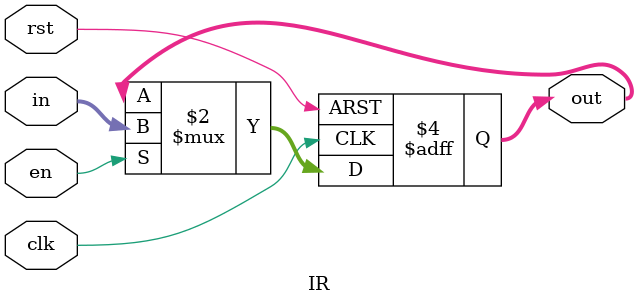
<source format=v>
`timescale 1ns / 1ps

module IR (
    rst,  //复位信号
    clk,  //IR的时钟信号
    en,  //IR的写使能信号
    in,  //写入IR的信号
    out  //IR输出给ID1的信号
);

  input rst;
  input clk;
  input en;
  input [31:0] in;
  output reg [31:0] out;

  always @(posedge rst or posedge clk) begin
    if (rst) begin
      out <= 32'h0000_0000;
    end else if (en) begin
      out <= in;
    end
  end

endmodule
</source>
